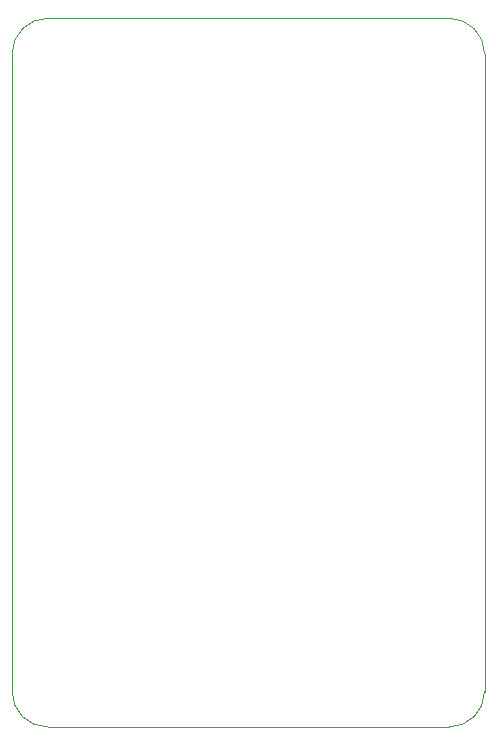
<source format=gbr>
%TF.GenerationSoftware,KiCad,Pcbnew,9.0.0*%
%TF.CreationDate,2025-04-10T21:45:59-06:00*%
%TF.ProjectId,esp32,65737033-322e-46b6-9963-61645f706362,rev?*%
%TF.SameCoordinates,Original*%
%TF.FileFunction,Profile,NP*%
%FSLAX46Y46*%
G04 Gerber Fmt 4.6, Leading zero omitted, Abs format (unit mm)*
G04 Created by KiCad (PCBNEW 9.0.0) date 2025-04-10 21:45:59*
%MOMM*%
%LPD*%
G01*
G04 APERTURE LIST*
%TA.AperFunction,Profile*%
%ADD10C,0.050000*%
%TD*%
G04 APERTURE END LIST*
D10*
X60200000Y-125325000D02*
G75*
G02*
X57200000Y-122325000I0J3000000D01*
G01*
X57200000Y-68325000D02*
G75*
G02*
X60200000Y-65325000I3000000J0D01*
G01*
X57200000Y-122325000D02*
X57200000Y-68325000D01*
X97200000Y-68325000D02*
X97200000Y-122325000D01*
X94200000Y-65325000D02*
G75*
G02*
X97200000Y-68325000I0J-3000000D01*
G01*
X94200000Y-125325000D02*
X60200000Y-125325000D01*
X60200000Y-65325000D02*
X94200000Y-65325000D01*
X97200000Y-122325000D02*
G75*
G02*
X94200000Y-125325000I-3000000J0D01*
G01*
M02*

</source>
